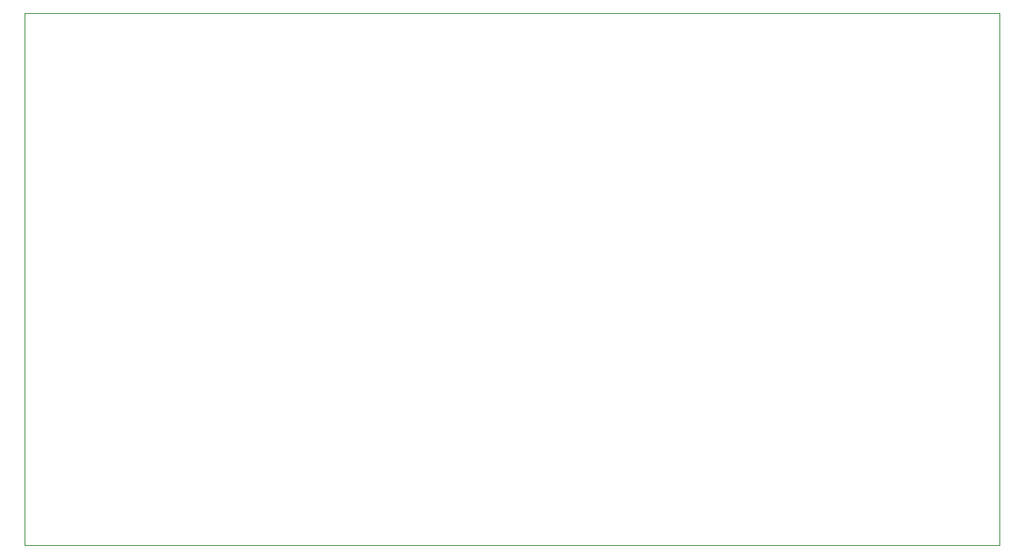
<source format=gbr>
%TF.GenerationSoftware,KiCad,Pcbnew,(5.1.10-1-10_14)*%
%TF.CreationDate,2021-12-06T09:48:52-05:00*%
%TF.ProjectId,control-unit-eeprom,636f6e74-726f-46c2-9d75-6e69742d6565,rev?*%
%TF.SameCoordinates,Original*%
%TF.FileFunction,Profile,NP*%
%FSLAX46Y46*%
G04 Gerber Fmt 4.6, Leading zero omitted, Abs format (unit mm)*
G04 Created by KiCad (PCBNEW (5.1.10-1-10_14)) date 2021-12-06 09:48:52*
%MOMM*%
%LPD*%
G01*
G04 APERTURE LIST*
%TA.AperFunction,Profile*%
%ADD10C,0.050000*%
%TD*%
G04 APERTURE END LIST*
D10*
X71120000Y-179832000D02*
X-29718000Y-179832000D01*
X71120000Y-124714000D02*
X-29718000Y-124714000D01*
X71120000Y-179832000D02*
X71120000Y-124714000D01*
X-29718000Y-124714000D02*
X-29718000Y-179832000D01*
M02*

</source>
